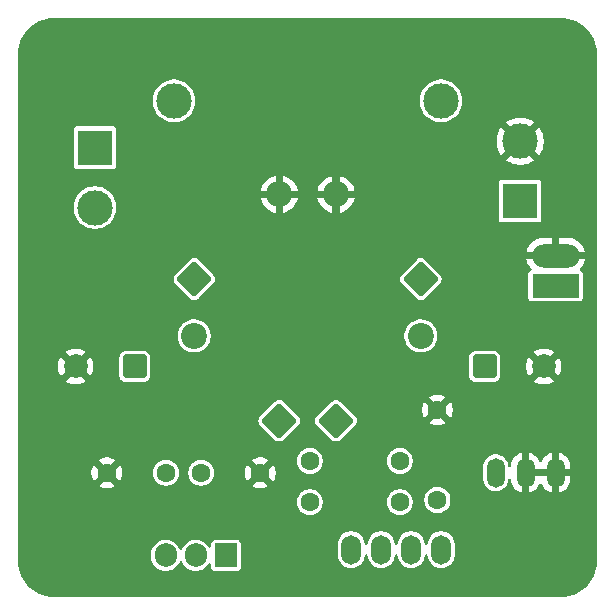
<source format=gbr>
%TF.GenerationSoftware,KiCad,Pcbnew,9.0.4*%
%TF.CreationDate,2025-10-17T22:53:12+07:00*%
%TF.ProjectId,AC DC converter LM317,41432044-4320-4636-9f6e-766572746572,rev?*%
%TF.SameCoordinates,Original*%
%TF.FileFunction,Copper,L2,Bot*%
%TF.FilePolarity,Positive*%
%FSLAX46Y46*%
G04 Gerber Fmt 4.6, Leading zero omitted, Abs format (unit mm)*
G04 Created by KiCad (PCBNEW 9.0.4) date 2025-10-17 22:53:12*
%MOMM*%
%LPD*%
G01*
G04 APERTURE LIST*
G04 Aperture macros list*
%AMRoundRect*
0 Rectangle with rounded corners*
0 $1 Rounding radius*
0 $2 $3 $4 $5 $6 $7 $8 $9 X,Y pos of 4 corners*
0 Add a 4 corners polygon primitive as box body*
4,1,4,$2,$3,$4,$5,$6,$7,$8,$9,$2,$3,0*
0 Add four circle primitives for the rounded corners*
1,1,$1+$1,$2,$3*
1,1,$1+$1,$4,$5*
1,1,$1+$1,$6,$7*
1,1,$1+$1,$8,$9*
0 Add four rect primitives between the rounded corners*
20,1,$1+$1,$2,$3,$4,$5,0*
20,1,$1+$1,$4,$5,$6,$7,0*
20,1,$1+$1,$6,$7,$8,$9,0*
20,1,$1+$1,$8,$9,$2,$3,0*%
G04 Aperture macros list end*
%TA.AperFunction,ComponentPad*%
%ADD10C,6.400000*%
%TD*%
%TA.AperFunction,ComponentPad*%
%ADD11R,3.000000X3.000000*%
%TD*%
%TA.AperFunction,ComponentPad*%
%ADD12C,3.000000*%
%TD*%
%TA.AperFunction,ComponentPad*%
%ADD13RoundRect,0.249999X0.000000X-1.202083X1.202083X0.000000X0.000000X1.202083X-1.202083X0.000000X0*%
%TD*%
%TA.AperFunction,ComponentPad*%
%ADD14C,2.200000*%
%TD*%
%TA.AperFunction,ComponentPad*%
%ADD15C,1.600000*%
%TD*%
%TA.AperFunction,ComponentPad*%
%ADD16R,1.905000X2.000000*%
%TD*%
%TA.AperFunction,ComponentPad*%
%ADD17O,1.905000X2.000000*%
%TD*%
%TA.AperFunction,ComponentPad*%
%ADD18RoundRect,0.250000X-0.750000X-0.750000X0.750000X-0.750000X0.750000X0.750000X-0.750000X0.750000X0*%
%TD*%
%TA.AperFunction,ComponentPad*%
%ADD19C,2.000000*%
%TD*%
%TA.AperFunction,ComponentPad*%
%ADD20RoundRect,0.249999X1.202083X0.000000X0.000000X1.202083X-1.202083X0.000000X0.000000X-1.202083X0*%
%TD*%
%TA.AperFunction,ComponentPad*%
%ADD21O,1.500000X2.500000*%
%TD*%
%TA.AperFunction,ComponentPad*%
%ADD22RoundRect,0.250000X0.750000X0.750000X-0.750000X0.750000X-0.750000X-0.750000X0.750000X-0.750000X0*%
%TD*%
%TA.AperFunction,ComponentPad*%
%ADD23O,1.700000X2.500000*%
%TD*%
%TA.AperFunction,ComponentPad*%
%ADD24O,4.000000X2.000000*%
%TD*%
%TA.AperFunction,ComponentPad*%
%ADD25R,4.000000X2.000000*%
%TD*%
%TA.AperFunction,ViaPad*%
%ADD26C,0.600000*%
%TD*%
G04 APERTURE END LIST*
D10*
%TO.P,H2,1,1*%
%TO.N,GND*%
X46000000Y-4000000D03*
%TD*%
D11*
%TO.P,J1,1,Pin_1*%
%TO.N,Net-(J1-Pin_1)*%
X7000000Y-11460000D03*
D12*
%TO.P,J1,2,Pin_2*%
%TO.N,Net-(D3-K)*%
X7000000Y-16539999D03*
%TD*%
D13*
%TO.P,D3,1,K*%
%TO.N,Net-(D3-K)*%
X15407898Y-22592103D03*
D14*
%TO.P,D3,2,A*%
%TO.N,GND*%
X22592103Y-15407898D03*
%TD*%
D15*
%TO.P,C3,1*%
%TO.N,VOUT*%
X16000000Y-39000000D03*
%TO.P,C3,2*%
%TO.N,GND*%
X21000000Y-39000000D03*
%TD*%
D16*
%TO.P,U1,1,ADJ*%
%TO.N,Net-(J3-Pin_3)*%
X18079999Y-46000000D03*
D17*
%TO.P,U1,2,VO*%
%TO.N,VOUT*%
X15539999Y-46000000D03*
%TO.P,U1,3,VI*%
%TO.N,VIN 15V DC*%
X13000000Y-46000000D03*
%TD*%
D15*
%TO.P,R2,1*%
%TO.N,Net-(J3-Pin_4)*%
X25190000Y-41500000D03*
%TO.P,R2,2*%
%TO.N,Net-(R2-Pad2)*%
X32810000Y-41500000D03*
%TD*%
D18*
%TO.P,C4,1*%
%TO.N,VOUT*%
X40000000Y-30000000D03*
D19*
%TO.P,C4,2*%
%TO.N,GND*%
X45000000Y-30000000D03*
%TD*%
D13*
%TO.P,D2,1,K*%
%TO.N,VIN 15V DC*%
X27407898Y-34592103D03*
D14*
%TO.P,D2,2,A*%
%TO.N,Net-(D1-K)*%
X34592103Y-27407898D03*
%TD*%
D20*
%TO.P,D4,1,K*%
%TO.N,VIN 15V DC*%
X22592103Y-34592102D03*
D14*
%TO.P,D4,2,A*%
%TO.N,Net-(D3-K)*%
X15407898Y-27407897D03*
%TD*%
D21*
%TO.P,RV1,1,1*%
%TO.N,Net-(J3-Pin_1)*%
X40920001Y-39000000D03*
%TO.P,RV1,2,2*%
%TO.N,GND*%
X43460001Y-39000000D03*
%TO.P,RV1,3,3*%
X46000000Y-39000000D03*
%TD*%
D10*
%TO.P,H4,1,1*%
%TO.N,GND*%
X46000000Y-46000000D03*
%TD*%
D22*
%TO.P,C1,1*%
%TO.N,VIN 15V DC*%
X10367678Y-30000000D03*
D19*
%TO.P,C1,2*%
%TO.N,GND*%
X5367678Y-30000000D03*
%TD*%
D23*
%TO.P,J3,1,Pin_1*%
%TO.N,Net-(J3-Pin_1)*%
X36310000Y-45500000D03*
%TO.P,J3,2,Pin_2*%
X33770000Y-45500000D03*
%TO.P,J3,3,Pin_3*%
%TO.N,Net-(J3-Pin_3)*%
X31230001Y-45500000D03*
%TO.P,J3,4,Pin_4*%
%TO.N,Net-(J3-Pin_4)*%
X28690000Y-45500000D03*
%TD*%
D15*
%TO.P,R1,1*%
%TO.N,VOUT*%
X25190000Y-38000000D03*
%TO.P,R1,2*%
%TO.N,Net-(J3-Pin_4)*%
X32810000Y-38000000D03*
%TD*%
D24*
%TO.P,J4,1,Pin_1*%
%TO.N,GND*%
X46000000Y-20625000D03*
D25*
%TO.P,J4,2,Pin_2*%
%TO.N,VOUT*%
X46000000Y-23165000D03*
%TD*%
D12*
%TO.P,Fuse,1*%
%TO.N,Net-(J1-Pin_1)*%
X13700000Y-7500000D03*
%TO.P,Fuse,2*%
%TO.N,Net-(D1-K)*%
X36300000Y-7500000D03*
%TD*%
D10*
%TO.P,H1,1,1*%
%TO.N,GND*%
X4000000Y-4000000D03*
%TD*%
D15*
%TO.P,R3,1*%
%TO.N,Net-(R2-Pad2)*%
X36000000Y-41310000D03*
%TO.P,R3,2*%
%TO.N,GND*%
X36000000Y-33690000D03*
%TD*%
%TO.P,C2,1*%
%TO.N,VIN 15V DC*%
X13000000Y-39000000D03*
%TO.P,C2,2*%
%TO.N,GND*%
X8000000Y-39000000D03*
%TD*%
D20*
%TO.P,D1,1,K*%
%TO.N,Net-(D1-K)*%
X34592102Y-22592102D03*
D14*
%TO.P,D1,2,A*%
%TO.N,GND*%
X27407897Y-15407897D03*
%TD*%
D11*
%TO.P,J2,1,Pin_1*%
%TO.N,VOUT*%
X43000000Y-16000000D03*
D12*
%TO.P,J2,2,Pin_2*%
%TO.N,GND*%
X43000000Y-10920001D03*
%TD*%
D10*
%TO.P,H3,1,1*%
%TO.N,GND*%
X4000000Y-46000000D03*
%TD*%
D26*
%TO.N,GND*%
X21999999Y-45000000D03*
X27000000Y-42000000D03*
X18000000Y-44000000D03*
X9000000Y-49000000D03*
X9000001Y-46000000D03*
X36500000Y-37500000D03*
X9000001Y-44000000D03*
X20000000Y-43000000D03*
X9000000Y-47000000D03*
X17999999Y-42000000D03*
X30500000Y-38500000D03*
X22000000Y-49000000D03*
X30500000Y-37500000D03*
X29000000Y-41000000D03*
X31000000Y-42000000D03*
X19999999Y-42000000D03*
X9000000Y-42000000D03*
X20000000Y-44000000D03*
X22000000Y-46000000D03*
X36500000Y-39500000D03*
X11000000Y-42000000D03*
X36500000Y-35500000D03*
X35500000Y-37500000D03*
X9000000Y-45000000D03*
X9000001Y-48000000D03*
X35500000Y-35500000D03*
X11000000Y-43000000D03*
X31000000Y-41000000D03*
X22000000Y-44000000D03*
X29000000Y-42000000D03*
X8999999Y-43000000D03*
X11000000Y-44000000D03*
X21999999Y-42000000D03*
X18000000Y-43000000D03*
X35500000Y-39500000D03*
X21999998Y-43000000D03*
%TD*%
%TA.AperFunction,Conductor*%
%TO.N,GND*%
G36*
X46503244Y-500670D02*
G01*
X46807046Y-516592D01*
X46819953Y-517949D01*
X46951089Y-538718D01*
X47117209Y-565028D01*
X47129896Y-567724D01*
X47420625Y-645625D01*
X47432965Y-649635D01*
X47713938Y-757490D01*
X47725790Y-762767D01*
X47993968Y-899411D01*
X48005199Y-905896D01*
X48257608Y-1069812D01*
X48268109Y-1077441D01*
X48502010Y-1266850D01*
X48511655Y-1275535D01*
X48724464Y-1488344D01*
X48733149Y-1497989D01*
X48922558Y-1731890D01*
X48930187Y-1742391D01*
X49094101Y-1994796D01*
X49100591Y-2006036D01*
X49237231Y-2274206D01*
X49242510Y-2286064D01*
X49350363Y-2567033D01*
X49354374Y-2579376D01*
X49432273Y-2870097D01*
X49434971Y-2882794D01*
X49482050Y-3180046D01*
X49483407Y-3192953D01*
X49499330Y-3496756D01*
X49499500Y-3503246D01*
X49499500Y-46496753D01*
X49499330Y-46503243D01*
X49483407Y-46807046D01*
X49482050Y-46819953D01*
X49434971Y-47117205D01*
X49432273Y-47129902D01*
X49354374Y-47420623D01*
X49350363Y-47432966D01*
X49242510Y-47713935D01*
X49237231Y-47725793D01*
X49100591Y-47993963D01*
X49094101Y-48005203D01*
X48930187Y-48257608D01*
X48922558Y-48268109D01*
X48733149Y-48502010D01*
X48724464Y-48511655D01*
X48511655Y-48724464D01*
X48502010Y-48733149D01*
X48268109Y-48922558D01*
X48257608Y-48930187D01*
X48005203Y-49094101D01*
X47993963Y-49100591D01*
X47725793Y-49237231D01*
X47713935Y-49242510D01*
X47432966Y-49350363D01*
X47420623Y-49354374D01*
X47129902Y-49432273D01*
X47117205Y-49434971D01*
X46819953Y-49482050D01*
X46807046Y-49483407D01*
X46503244Y-49499330D01*
X46496754Y-49499500D01*
X3503246Y-49499500D01*
X3496756Y-49499330D01*
X3192953Y-49483407D01*
X3180046Y-49482050D01*
X2882794Y-49434971D01*
X2870097Y-49432273D01*
X2579376Y-49354374D01*
X2567033Y-49350363D01*
X2286064Y-49242510D01*
X2274206Y-49237231D01*
X2006036Y-49100591D01*
X1994796Y-49094101D01*
X1742391Y-48930187D01*
X1731890Y-48922558D01*
X1497989Y-48733149D01*
X1488344Y-48724464D01*
X1275535Y-48511655D01*
X1266850Y-48502010D01*
X1077441Y-48268109D01*
X1069812Y-48257608D01*
X905896Y-48005199D01*
X899408Y-47993963D01*
X762768Y-47725793D01*
X757489Y-47713935D01*
X649636Y-47432966D01*
X645625Y-47420623D01*
X605171Y-47269646D01*
X567724Y-47129896D01*
X565028Y-47117205D01*
X553573Y-47044882D01*
X524890Y-46863777D01*
X517949Y-46819953D01*
X516592Y-46807046D01*
X500670Y-46503243D01*
X500500Y-46496753D01*
X500500Y-45853881D01*
X11747000Y-45853881D01*
X11747000Y-46146118D01*
X11777853Y-46340913D01*
X11838797Y-46528482D01*
X11900456Y-46649494D01*
X11928338Y-46704215D01*
X12044265Y-46863775D01*
X12183725Y-47003235D01*
X12343285Y-47119162D01*
X12448485Y-47172764D01*
X12519017Y-47208702D01*
X12612801Y-47239174D01*
X12706588Y-47269647D01*
X12796807Y-47283936D01*
X12901382Y-47300500D01*
X12901387Y-47300500D01*
X13098618Y-47300500D01*
X13193052Y-47285542D01*
X13293412Y-47269647D01*
X13480985Y-47208701D01*
X13656715Y-47119162D01*
X13816275Y-47003235D01*
X13955735Y-46863775D01*
X14071662Y-46704215D01*
X14159515Y-46531793D01*
X14207488Y-46480999D01*
X14275309Y-46464204D01*
X14341444Y-46486741D01*
X14380484Y-46531795D01*
X14440455Y-46649494D01*
X14468337Y-46704215D01*
X14584264Y-46863775D01*
X14723724Y-47003235D01*
X14883284Y-47119162D01*
X14988484Y-47172764D01*
X15059016Y-47208702D01*
X15152800Y-47239174D01*
X15246587Y-47269647D01*
X15336806Y-47283936D01*
X15441381Y-47300500D01*
X15441386Y-47300500D01*
X15638617Y-47300500D01*
X15733051Y-47285542D01*
X15833411Y-47269647D01*
X16020984Y-47208701D01*
X16196714Y-47119162D01*
X16356274Y-47003235D01*
X16495734Y-46863775D01*
X16602682Y-46716572D01*
X16658010Y-46673908D01*
X16727624Y-46667929D01*
X16789419Y-46700534D01*
X16823776Y-46761373D01*
X16826999Y-46789459D01*
X16826999Y-47044856D01*
X16827001Y-47044882D01*
X16829912Y-47069987D01*
X16829914Y-47069991D01*
X16875292Y-47172764D01*
X16875293Y-47172765D01*
X16954734Y-47252206D01*
X17057508Y-47297585D01*
X17082634Y-47300500D01*
X19077363Y-47300499D01*
X19077378Y-47300497D01*
X19077381Y-47300497D01*
X19102486Y-47297586D01*
X19102487Y-47297585D01*
X19102490Y-47297585D01*
X19205264Y-47252206D01*
X19284705Y-47172765D01*
X19330084Y-47069991D01*
X19332999Y-47044865D01*
X19332998Y-45009448D01*
X27539500Y-45009448D01*
X27539500Y-45990551D01*
X27567829Y-46169410D01*
X27623787Y-46341636D01*
X27623788Y-46341639D01*
X27679664Y-46451300D01*
X27704478Y-46500000D01*
X27706006Y-46502997D01*
X27812441Y-46649494D01*
X27812445Y-46649499D01*
X27940500Y-46777554D01*
X27940505Y-46777558D01*
X28059174Y-46863775D01*
X28087006Y-46883996D01*
X28192484Y-46937740D01*
X28248360Y-46966211D01*
X28248363Y-46966212D01*
X28334476Y-46994191D01*
X28420591Y-47022171D01*
X28503429Y-47035291D01*
X28599449Y-47050500D01*
X28599454Y-47050500D01*
X28780551Y-47050500D01*
X28867259Y-47036765D01*
X28959409Y-47022171D01*
X29131639Y-46966211D01*
X29292994Y-46883996D01*
X29439501Y-46777553D01*
X29567553Y-46649501D01*
X29673996Y-46502994D01*
X29756211Y-46341639D01*
X29812171Y-46169409D01*
X29837526Y-46009323D01*
X29837527Y-46009318D01*
X29867456Y-45946183D01*
X29926768Y-45909252D01*
X29996630Y-45910250D01*
X30054863Y-45948860D01*
X30082473Y-46009317D01*
X30107830Y-46169410D01*
X30163788Y-46341636D01*
X30163789Y-46341639D01*
X30219665Y-46451300D01*
X30244479Y-46500000D01*
X30246007Y-46502997D01*
X30352442Y-46649494D01*
X30352446Y-46649499D01*
X30480501Y-46777554D01*
X30480506Y-46777558D01*
X30599175Y-46863775D01*
X30627007Y-46883996D01*
X30732485Y-46937740D01*
X30788361Y-46966211D01*
X30788364Y-46966212D01*
X30874477Y-46994191D01*
X30960592Y-47022171D01*
X31043430Y-47035291D01*
X31139450Y-47050500D01*
X31139455Y-47050500D01*
X31320552Y-47050500D01*
X31407260Y-47036765D01*
X31499410Y-47022171D01*
X31671640Y-46966211D01*
X31832995Y-46883996D01*
X31979502Y-46777553D01*
X32107554Y-46649501D01*
X32213997Y-46502994D01*
X32296212Y-46341639D01*
X32352172Y-46169409D01*
X32377527Y-46009323D01*
X32407456Y-45946189D01*
X32466768Y-45909258D01*
X32536630Y-45910256D01*
X32594863Y-45948866D01*
X32622473Y-46009323D01*
X32647829Y-46169411D01*
X32703787Y-46341636D01*
X32703788Y-46341639D01*
X32759664Y-46451300D01*
X32784478Y-46500000D01*
X32786006Y-46502997D01*
X32892441Y-46649494D01*
X32892445Y-46649499D01*
X33020500Y-46777554D01*
X33020505Y-46777558D01*
X33139174Y-46863775D01*
X33167006Y-46883996D01*
X33272484Y-46937740D01*
X33328360Y-46966211D01*
X33328363Y-46966212D01*
X33414476Y-46994191D01*
X33500591Y-47022171D01*
X33583429Y-47035291D01*
X33679449Y-47050500D01*
X33679454Y-47050500D01*
X33860551Y-47050500D01*
X33947259Y-47036765D01*
X34039409Y-47022171D01*
X34211639Y-46966211D01*
X34372994Y-46883996D01*
X34519501Y-46777553D01*
X34647553Y-46649501D01*
X34753996Y-46502994D01*
X34836211Y-46341639D01*
X34892171Y-46169409D01*
X34906422Y-46079425D01*
X34917527Y-46009321D01*
X34947456Y-45946186D01*
X35006768Y-45909255D01*
X35076630Y-45910253D01*
X35134863Y-45948863D01*
X35162473Y-46009321D01*
X35187829Y-46169410D01*
X35243787Y-46341636D01*
X35243788Y-46341639D01*
X35299664Y-46451300D01*
X35324478Y-46500000D01*
X35326006Y-46502997D01*
X35432441Y-46649494D01*
X35432445Y-46649499D01*
X35560500Y-46777554D01*
X35560505Y-46777558D01*
X35679174Y-46863775D01*
X35707006Y-46883996D01*
X35812484Y-46937740D01*
X35868360Y-46966211D01*
X35868363Y-46966212D01*
X35954476Y-46994191D01*
X36040591Y-47022171D01*
X36123429Y-47035291D01*
X36219449Y-47050500D01*
X36219454Y-47050500D01*
X36400551Y-47050500D01*
X36487259Y-47036765D01*
X36579409Y-47022171D01*
X36751639Y-46966211D01*
X36912994Y-46883996D01*
X37059501Y-46777553D01*
X37187553Y-46649501D01*
X37293996Y-46502994D01*
X37376211Y-46341639D01*
X37432171Y-46169409D01*
X37457526Y-46009324D01*
X37460500Y-45990551D01*
X37460500Y-45009448D01*
X37440129Y-44880838D01*
X37432171Y-44830591D01*
X37376211Y-44658361D01*
X37376211Y-44658360D01*
X37347740Y-44602484D01*
X37293996Y-44497006D01*
X37280396Y-44478287D01*
X37187558Y-44350505D01*
X37187554Y-44350500D01*
X37059499Y-44222445D01*
X37059494Y-44222441D01*
X36912997Y-44116006D01*
X36912996Y-44116005D01*
X36912994Y-44116004D01*
X36861300Y-44089664D01*
X36751639Y-44033788D01*
X36751636Y-44033787D01*
X36579410Y-43977829D01*
X36400551Y-43949500D01*
X36400546Y-43949500D01*
X36219454Y-43949500D01*
X36219449Y-43949500D01*
X36040589Y-43977829D01*
X35868363Y-44033787D01*
X35868360Y-44033788D01*
X35707002Y-44116006D01*
X35560505Y-44222441D01*
X35560500Y-44222445D01*
X35432445Y-44350500D01*
X35432441Y-44350505D01*
X35326006Y-44497002D01*
X35243788Y-44658360D01*
X35243787Y-44658363D01*
X35187829Y-44830589D01*
X35162473Y-44990678D01*
X35132544Y-45053813D01*
X35073232Y-45090744D01*
X35003369Y-45089746D01*
X34945137Y-45051136D01*
X34917527Y-44990678D01*
X34900129Y-44880838D01*
X34892171Y-44830591D01*
X34836211Y-44658361D01*
X34836211Y-44658360D01*
X34807740Y-44602484D01*
X34753996Y-44497006D01*
X34740396Y-44478287D01*
X34647558Y-44350505D01*
X34647554Y-44350500D01*
X34519499Y-44222445D01*
X34519494Y-44222441D01*
X34372997Y-44116006D01*
X34372996Y-44116005D01*
X34372994Y-44116004D01*
X34321300Y-44089664D01*
X34211639Y-44033788D01*
X34211636Y-44033787D01*
X34039410Y-43977829D01*
X33860551Y-43949500D01*
X33860546Y-43949500D01*
X33679454Y-43949500D01*
X33679449Y-43949500D01*
X33500589Y-43977829D01*
X33328363Y-44033787D01*
X33328360Y-44033788D01*
X33167002Y-44116006D01*
X33020505Y-44222441D01*
X33020500Y-44222445D01*
X32892445Y-44350500D01*
X32892441Y-44350505D01*
X32786006Y-44497002D01*
X32703788Y-44658360D01*
X32703787Y-44658363D01*
X32647829Y-44830589D01*
X32622473Y-44990676D01*
X32592543Y-45053810D01*
X32533232Y-45090741D01*
X32463369Y-45089743D01*
X32405137Y-45051133D01*
X32377527Y-44990675D01*
X32360130Y-44880838D01*
X32352172Y-44830591D01*
X32296212Y-44658361D01*
X32296212Y-44658360D01*
X32267741Y-44602484D01*
X32213997Y-44497006D01*
X32200397Y-44478287D01*
X32107559Y-44350505D01*
X32107555Y-44350500D01*
X31979500Y-44222445D01*
X31979495Y-44222441D01*
X31832998Y-44116006D01*
X31832997Y-44116005D01*
X31832995Y-44116004D01*
X31781301Y-44089664D01*
X31671640Y-44033788D01*
X31671637Y-44033787D01*
X31499411Y-43977829D01*
X31320552Y-43949500D01*
X31320547Y-43949500D01*
X31139455Y-43949500D01*
X31139450Y-43949500D01*
X30960590Y-43977829D01*
X30788364Y-44033787D01*
X30788361Y-44033788D01*
X30627003Y-44116006D01*
X30480506Y-44222441D01*
X30480501Y-44222445D01*
X30352446Y-44350500D01*
X30352442Y-44350505D01*
X30246007Y-44497002D01*
X30163789Y-44658360D01*
X30163788Y-44658363D01*
X30107830Y-44830589D01*
X30082473Y-44990682D01*
X30052543Y-45053816D01*
X29993232Y-45090747D01*
X29923369Y-45089749D01*
X29865137Y-45051139D01*
X29837527Y-44990681D01*
X29820129Y-44880838D01*
X29812171Y-44830591D01*
X29756211Y-44658361D01*
X29756211Y-44658360D01*
X29727740Y-44602484D01*
X29673996Y-44497006D01*
X29660396Y-44478287D01*
X29567558Y-44350505D01*
X29567554Y-44350500D01*
X29439499Y-44222445D01*
X29439494Y-44222441D01*
X29292997Y-44116006D01*
X29292996Y-44116005D01*
X29292994Y-44116004D01*
X29241300Y-44089664D01*
X29131639Y-44033788D01*
X29131636Y-44033787D01*
X28959410Y-43977829D01*
X28780551Y-43949500D01*
X28780546Y-43949500D01*
X28599454Y-43949500D01*
X28599449Y-43949500D01*
X28420589Y-43977829D01*
X28248363Y-44033787D01*
X28248360Y-44033788D01*
X28087002Y-44116006D01*
X27940505Y-44222441D01*
X27940500Y-44222445D01*
X27812445Y-44350500D01*
X27812441Y-44350505D01*
X27706006Y-44497002D01*
X27623788Y-44658360D01*
X27623787Y-44658363D01*
X27567829Y-44830589D01*
X27539500Y-45009448D01*
X19332998Y-45009448D01*
X19332998Y-44955136D01*
X19332996Y-44955117D01*
X19330085Y-44930012D01*
X19330084Y-44930010D01*
X19330084Y-44930009D01*
X19284705Y-44827235D01*
X19205264Y-44747794D01*
X19165764Y-44730353D01*
X19102491Y-44702415D01*
X19077364Y-44699500D01*
X17082642Y-44699500D01*
X17082616Y-44699502D01*
X17057511Y-44702413D01*
X17057507Y-44702415D01*
X16954734Y-44747793D01*
X16875293Y-44827234D01*
X16829914Y-44930006D01*
X16829914Y-44930008D01*
X16826999Y-44955131D01*
X16826999Y-45210539D01*
X16807314Y-45277578D01*
X16754510Y-45323333D01*
X16685352Y-45333277D01*
X16621796Y-45304252D01*
X16602681Y-45283425D01*
X16598433Y-45277578D01*
X16495734Y-45136225D01*
X16356274Y-44996765D01*
X16196714Y-44880838D01*
X16098095Y-44830589D01*
X16020981Y-44791297D01*
X15833412Y-44730353D01*
X15638617Y-44699500D01*
X15638612Y-44699500D01*
X15441386Y-44699500D01*
X15441381Y-44699500D01*
X15246585Y-44730353D01*
X15059016Y-44791297D01*
X14883283Y-44880838D01*
X14723721Y-44996767D01*
X14584266Y-45136222D01*
X14468333Y-45295789D01*
X14380483Y-45468204D01*
X14332509Y-45519000D01*
X14264688Y-45535795D01*
X14198553Y-45513257D01*
X14159514Y-45468204D01*
X14071661Y-45295784D01*
X14009727Y-45210539D01*
X13955735Y-45136225D01*
X13816275Y-44996765D01*
X13656715Y-44880838D01*
X13558096Y-44830589D01*
X13480982Y-44791297D01*
X13293413Y-44730353D01*
X13098618Y-44699500D01*
X13098613Y-44699500D01*
X12901387Y-44699500D01*
X12901382Y-44699500D01*
X12706586Y-44730353D01*
X12519017Y-44791297D01*
X12343284Y-44880838D01*
X12183722Y-44996767D01*
X12044267Y-45136222D01*
X11928338Y-45295784D01*
X11838797Y-45471517D01*
X11777853Y-45659086D01*
X11747000Y-45853881D01*
X500500Y-45853881D01*
X500500Y-41413389D01*
X24089500Y-41413389D01*
X24089500Y-41586611D01*
X24116598Y-41757701D01*
X24170127Y-41922445D01*
X24248768Y-42076788D01*
X24350586Y-42216928D01*
X24473072Y-42339414D01*
X24613212Y-42441232D01*
X24767555Y-42519873D01*
X24932299Y-42573402D01*
X25103389Y-42600500D01*
X25103390Y-42600500D01*
X25276610Y-42600500D01*
X25276611Y-42600500D01*
X25447701Y-42573402D01*
X25612445Y-42519873D01*
X25766788Y-42441232D01*
X25906928Y-42339414D01*
X26029414Y-42216928D01*
X26131232Y-42076788D01*
X26209873Y-41922445D01*
X26263402Y-41757701D01*
X26290500Y-41586611D01*
X26290500Y-41413389D01*
X31709500Y-41413389D01*
X31709500Y-41586611D01*
X31736598Y-41757701D01*
X31790127Y-41922445D01*
X31868768Y-42076788D01*
X31970586Y-42216928D01*
X32093072Y-42339414D01*
X32233212Y-42441232D01*
X32387555Y-42519873D01*
X32552299Y-42573402D01*
X32723389Y-42600500D01*
X32723390Y-42600500D01*
X32896610Y-42600500D01*
X32896611Y-42600500D01*
X33067701Y-42573402D01*
X33232445Y-42519873D01*
X33386788Y-42441232D01*
X33526928Y-42339414D01*
X33649414Y-42216928D01*
X33751232Y-42076788D01*
X33829873Y-41922445D01*
X33883402Y-41757701D01*
X33910500Y-41586611D01*
X33910500Y-41413389D01*
X33883402Y-41242299D01*
X33877258Y-41223389D01*
X34899500Y-41223389D01*
X34899500Y-41396611D01*
X34926598Y-41567701D01*
X34980127Y-41732445D01*
X35058768Y-41886788D01*
X35160586Y-42026928D01*
X35283072Y-42149414D01*
X35423212Y-42251232D01*
X35577555Y-42329873D01*
X35742299Y-42383402D01*
X35913389Y-42410500D01*
X35913390Y-42410500D01*
X36086610Y-42410500D01*
X36086611Y-42410500D01*
X36257701Y-42383402D01*
X36422445Y-42329873D01*
X36576788Y-42251232D01*
X36716928Y-42149414D01*
X36839414Y-42026928D01*
X36941232Y-41886788D01*
X37019873Y-41732445D01*
X37073402Y-41567701D01*
X37100500Y-41396611D01*
X37100500Y-41223389D01*
X37073402Y-41052299D01*
X37019873Y-40887555D01*
X36941232Y-40733212D01*
X36839414Y-40593072D01*
X36716928Y-40470586D01*
X36576788Y-40368768D01*
X36422445Y-40290127D01*
X36257701Y-40236598D01*
X36257699Y-40236597D01*
X36257698Y-40236597D01*
X36126271Y-40215781D01*
X36086611Y-40209500D01*
X35913389Y-40209500D01*
X35873728Y-40215781D01*
X35742302Y-40236597D01*
X35577552Y-40290128D01*
X35423211Y-40368768D01*
X35380913Y-40399500D01*
X35283072Y-40470586D01*
X35283070Y-40470588D01*
X35283069Y-40470588D01*
X35160588Y-40593069D01*
X35160588Y-40593070D01*
X35160586Y-40593072D01*
X35116859Y-40653256D01*
X35058768Y-40733211D01*
X34980128Y-40887552D01*
X34926597Y-41052302D01*
X34899500Y-41223389D01*
X33877258Y-41223389D01*
X33829873Y-41077555D01*
X33751232Y-40923212D01*
X33649414Y-40783072D01*
X33526928Y-40660586D01*
X33386788Y-40558768D01*
X33232445Y-40480127D01*
X33067701Y-40426598D01*
X33067699Y-40426597D01*
X33067698Y-40426597D01*
X32936271Y-40405781D01*
X32896611Y-40399500D01*
X32723389Y-40399500D01*
X32683728Y-40405781D01*
X32552302Y-40426597D01*
X32387552Y-40480128D01*
X32233211Y-40558768D01*
X32153256Y-40616859D01*
X32093072Y-40660586D01*
X32093070Y-40660588D01*
X32093069Y-40660588D01*
X31970588Y-40783069D01*
X31970588Y-40783070D01*
X31970586Y-40783072D01*
X31926859Y-40843256D01*
X31868768Y-40923211D01*
X31790128Y-41077552D01*
X31736597Y-41242302D01*
X31712157Y-41396611D01*
X31709500Y-41413389D01*
X26290500Y-41413389D01*
X26263402Y-41242299D01*
X26209873Y-41077555D01*
X26131232Y-40923212D01*
X26029414Y-40783072D01*
X25906928Y-40660586D01*
X25766788Y-40558768D01*
X25612445Y-40480127D01*
X25447701Y-40426598D01*
X25447699Y-40426597D01*
X25447698Y-40426597D01*
X25316271Y-40405781D01*
X25276611Y-40399500D01*
X25103389Y-40399500D01*
X25063728Y-40405781D01*
X24932302Y-40426597D01*
X24767552Y-40480128D01*
X24613211Y-40558768D01*
X24533256Y-40616859D01*
X24473072Y-40660586D01*
X24473070Y-40660588D01*
X24473069Y-40660588D01*
X24350588Y-40783069D01*
X24350588Y-40783070D01*
X24350586Y-40783072D01*
X24306859Y-40843256D01*
X24248768Y-40923211D01*
X24170128Y-41077552D01*
X24116597Y-41242302D01*
X24092157Y-41396611D01*
X24089500Y-41413389D01*
X500500Y-41413389D01*
X500500Y-40109230D01*
X7315031Y-40109230D01*
X7318651Y-40111859D01*
X7500968Y-40204755D01*
X7695582Y-40267990D01*
X7897683Y-40300000D01*
X8102317Y-40300000D01*
X8304417Y-40267990D01*
X8499031Y-40204755D01*
X8681346Y-40111860D01*
X8684966Y-40109230D01*
X20315031Y-40109230D01*
X20318651Y-40111859D01*
X20500968Y-40204755D01*
X20695582Y-40267990D01*
X20897683Y-40300000D01*
X21102317Y-40300000D01*
X21304417Y-40267990D01*
X21499031Y-40204755D01*
X21681346Y-40111860D01*
X21684966Y-40109230D01*
X21000001Y-39424264D01*
X21000000Y-39424264D01*
X20315031Y-40109230D01*
X8684966Y-40109230D01*
X8000001Y-39424264D01*
X8000000Y-39424264D01*
X7315031Y-40109230D01*
X500500Y-40109230D01*
X500500Y-38897682D01*
X6700000Y-38897682D01*
X6700000Y-39102317D01*
X6732009Y-39304417D01*
X6795244Y-39499031D01*
X6888139Y-39681347D01*
X6888146Y-39681359D01*
X6890767Y-39684966D01*
X6890769Y-39684967D01*
X7575736Y-39000000D01*
X7523075Y-38947339D01*
X7600000Y-38947339D01*
X7600000Y-39052661D01*
X7627259Y-39154394D01*
X7679920Y-39245606D01*
X7754394Y-39320080D01*
X7845606Y-39372741D01*
X7947339Y-39400000D01*
X8052661Y-39400000D01*
X8154394Y-39372741D01*
X8245606Y-39320080D01*
X8320080Y-39245606D01*
X8372741Y-39154394D01*
X8400000Y-39052661D01*
X8400000Y-38999999D01*
X8424264Y-38999999D01*
X8424264Y-39000000D01*
X9109230Y-39684966D01*
X9111860Y-39681346D01*
X9204755Y-39499031D01*
X9267990Y-39304417D01*
X9300000Y-39102317D01*
X9300000Y-38913389D01*
X11899500Y-38913389D01*
X11899500Y-39086611D01*
X11926598Y-39257701D01*
X11980127Y-39422445D01*
X12058768Y-39576788D01*
X12160586Y-39716928D01*
X12283072Y-39839414D01*
X12423212Y-39941232D01*
X12577555Y-40019873D01*
X12742299Y-40073402D01*
X12913389Y-40100500D01*
X12913390Y-40100500D01*
X13086610Y-40100500D01*
X13086611Y-40100500D01*
X13257701Y-40073402D01*
X13422445Y-40019873D01*
X13576788Y-39941232D01*
X13716928Y-39839414D01*
X13839414Y-39716928D01*
X13941232Y-39576788D01*
X14019873Y-39422445D01*
X14073402Y-39257701D01*
X14100500Y-39086611D01*
X14100500Y-38913389D01*
X14899500Y-38913389D01*
X14899500Y-39086611D01*
X14926598Y-39257701D01*
X14980127Y-39422445D01*
X15058768Y-39576788D01*
X15160586Y-39716928D01*
X15283072Y-39839414D01*
X15423212Y-39941232D01*
X15577555Y-40019873D01*
X15742299Y-40073402D01*
X15913389Y-40100500D01*
X15913390Y-40100500D01*
X16086610Y-40100500D01*
X16086611Y-40100500D01*
X16257701Y-40073402D01*
X16422445Y-40019873D01*
X16576788Y-39941232D01*
X16716928Y-39839414D01*
X16839414Y-39716928D01*
X16941232Y-39576788D01*
X17019873Y-39422445D01*
X17073402Y-39257701D01*
X17100500Y-39086611D01*
X17100500Y-38913389D01*
X17098012Y-38897682D01*
X19700000Y-38897682D01*
X19700000Y-39102317D01*
X19732009Y-39304417D01*
X19795244Y-39499031D01*
X19888139Y-39681347D01*
X19888146Y-39681359D01*
X19890767Y-39684966D01*
X19890769Y-39684967D01*
X20575736Y-39000000D01*
X20523075Y-38947339D01*
X20600000Y-38947339D01*
X20600000Y-39052661D01*
X20627259Y-39154394D01*
X20679920Y-39245606D01*
X20754394Y-39320080D01*
X20845606Y-39372741D01*
X20947339Y-39400000D01*
X21052661Y-39400000D01*
X21154394Y-39372741D01*
X21245606Y-39320080D01*
X21320080Y-39245606D01*
X21372741Y-39154394D01*
X21400000Y-39052661D01*
X21400000Y-38999999D01*
X21424264Y-38999999D01*
X21424264Y-39000000D01*
X22109230Y-39684966D01*
X22111860Y-39681346D01*
X22204755Y-39499031D01*
X22267990Y-39304417D01*
X22300000Y-39102317D01*
X22300000Y-38897682D01*
X22267990Y-38695582D01*
X22204755Y-38500968D01*
X22111859Y-38318651D01*
X22109230Y-38315031D01*
X21424264Y-38999999D01*
X21400000Y-38999999D01*
X21400000Y-38947339D01*
X21372741Y-38845606D01*
X21320080Y-38754394D01*
X21245606Y-38679920D01*
X21154394Y-38627259D01*
X21052661Y-38600000D01*
X20947339Y-38600000D01*
X20845606Y-38627259D01*
X20754394Y-38679920D01*
X20679920Y-38754394D01*
X20627259Y-38845606D01*
X20600000Y-38947339D01*
X20523075Y-38947339D01*
X19890768Y-38315032D01*
X19890767Y-38315032D01*
X19888136Y-38318655D01*
X19795245Y-38500965D01*
X19732009Y-38695582D01*
X19700000Y-38897682D01*
X17098012Y-38897682D01*
X17073402Y-38742299D01*
X17019873Y-38577555D01*
X16941232Y-38423212D01*
X16839414Y-38283072D01*
X16716928Y-38160586D01*
X16646858Y-38109677D01*
X16576786Y-38058766D01*
X16556648Y-38048506D01*
X16422445Y-37980127D01*
X16257701Y-37926598D01*
X16257699Y-37926597D01*
X16257698Y-37926597D01*
X16126271Y-37905781D01*
X16086611Y-37899500D01*
X15913389Y-37899500D01*
X15873728Y-37905781D01*
X15742302Y-37926597D01*
X15577552Y-37980128D01*
X15423211Y-38058768D01*
X15343256Y-38116859D01*
X15283072Y-38160586D01*
X15283070Y-38160588D01*
X15283069Y-38160588D01*
X15160588Y-38283069D01*
X15160588Y-38283070D01*
X15160586Y-38283072D01*
X15116859Y-38343256D01*
X15058768Y-38423211D01*
X14980128Y-38577552D01*
X14926597Y-38742302D01*
X14924682Y-38754394D01*
X14899500Y-38913389D01*
X14100500Y-38913389D01*
X14073402Y-38742299D01*
X14019873Y-38577555D01*
X13941232Y-38423212D01*
X13839414Y-38283072D01*
X13716928Y-38160586D01*
X13576788Y-38058768D01*
X13501023Y-38020164D01*
X13422447Y-37980128D01*
X13422446Y-37980127D01*
X13422445Y-37980127D01*
X13257701Y-37926598D01*
X13257699Y-37926597D01*
X13257698Y-37926597D01*
X13126271Y-37905781D01*
X13086611Y-37899500D01*
X12913389Y-37899500D01*
X12873728Y-37905781D01*
X12742302Y-37926597D01*
X12577552Y-37980128D01*
X12423211Y-38058768D01*
X12343256Y-38116859D01*
X12283072Y-38160586D01*
X12283070Y-38160588D01*
X12283069Y-38160588D01*
X12160588Y-38283069D01*
X12160588Y-38283070D01*
X12160586Y-38283072D01*
X12116859Y-38343256D01*
X12058768Y-38423211D01*
X11980128Y-38577552D01*
X11926597Y-38742302D01*
X11924682Y-38754394D01*
X11899500Y-38913389D01*
X9300000Y-38913389D01*
X9300000Y-38897682D01*
X9267990Y-38695582D01*
X9204755Y-38500968D01*
X9111859Y-38318651D01*
X9109230Y-38315031D01*
X8424264Y-38999999D01*
X8400000Y-38999999D01*
X8400000Y-38947339D01*
X8372741Y-38845606D01*
X8320080Y-38754394D01*
X8245606Y-38679920D01*
X8154394Y-38627259D01*
X8052661Y-38600000D01*
X7947339Y-38600000D01*
X7845606Y-38627259D01*
X7754394Y-38679920D01*
X7679920Y-38754394D01*
X7627259Y-38845606D01*
X7600000Y-38947339D01*
X7523075Y-38947339D01*
X6890768Y-38315032D01*
X6890767Y-38315032D01*
X6888136Y-38318655D01*
X6795245Y-38500965D01*
X6732009Y-38695582D01*
X6700000Y-38897682D01*
X500500Y-38897682D01*
X500500Y-37890767D01*
X7315032Y-37890767D01*
X7315032Y-37890768D01*
X8000000Y-38575736D01*
X8000001Y-38575736D01*
X8684967Y-37890769D01*
X8684966Y-37890767D01*
X20315032Y-37890767D01*
X20315032Y-37890768D01*
X21000000Y-38575736D01*
X21000001Y-38575736D01*
X21662346Y-37913389D01*
X24089500Y-37913389D01*
X24089500Y-38086611D01*
X24116598Y-38257701D01*
X24170127Y-38422445D01*
X24248768Y-38576788D01*
X24350586Y-38716928D01*
X24473072Y-38839414D01*
X24613212Y-38941232D01*
X24767555Y-39019873D01*
X24932299Y-39073402D01*
X25103389Y-39100500D01*
X25103390Y-39100500D01*
X25276610Y-39100500D01*
X25276611Y-39100500D01*
X25447701Y-39073402D01*
X25612445Y-39019873D01*
X25766788Y-38941232D01*
X25906928Y-38839414D01*
X26029414Y-38716928D01*
X26131232Y-38576788D01*
X26209873Y-38422445D01*
X26263402Y-38257701D01*
X26290500Y-38086611D01*
X26290500Y-37913389D01*
X31709500Y-37913389D01*
X31709500Y-38086611D01*
X31736598Y-38257701D01*
X31790127Y-38422445D01*
X31868768Y-38576788D01*
X31970586Y-38716928D01*
X32093072Y-38839414D01*
X32233212Y-38941232D01*
X32387555Y-39019873D01*
X32552299Y-39073402D01*
X32723389Y-39100500D01*
X32723390Y-39100500D01*
X32896610Y-39100500D01*
X32896611Y-39100500D01*
X33067701Y-39073402D01*
X33232445Y-39019873D01*
X33386788Y-38941232D01*
X33526928Y-38839414D01*
X33649414Y-38716928D01*
X33751232Y-38576788D01*
X33829873Y-38422445D01*
X33838293Y-38396530D01*
X39869501Y-38396530D01*
X39869501Y-39603469D01*
X39909869Y-39806412D01*
X39909871Y-39806420D01*
X39989059Y-39997596D01*
X40104025Y-40169657D01*
X40250343Y-40315975D01*
X40250346Y-40315977D01*
X40422403Y-40430941D01*
X40613581Y-40510130D01*
X40816531Y-40550499D01*
X40816535Y-40550500D01*
X40816536Y-40550500D01*
X41023467Y-40550500D01*
X41023468Y-40550499D01*
X41226421Y-40510130D01*
X41417599Y-40430941D01*
X41589656Y-40315977D01*
X41735978Y-40169655D01*
X41850942Y-39997598D01*
X41930131Y-39806420D01*
X41968816Y-39611934D01*
X42001200Y-39550024D01*
X42061916Y-39515450D01*
X42131685Y-39519189D01*
X42188358Y-39560055D01*
X42212906Y-39616727D01*
X42240779Y-39792706D01*
X42301582Y-39979835D01*
X42390905Y-40155143D01*
X42506556Y-40314321D01*
X42645679Y-40453444D01*
X42804859Y-40569097D01*
X42980168Y-40658420D01*
X43160000Y-40716850D01*
X43160001Y-40716850D01*
X43760001Y-40716850D01*
X43939833Y-40658420D01*
X44115142Y-40569097D01*
X44274322Y-40453444D01*
X44413445Y-40314321D01*
X44529098Y-40155141D01*
X44619515Y-39977686D01*
X44667489Y-39926890D01*
X44735310Y-39910094D01*
X44801445Y-39932631D01*
X44840485Y-39977685D01*
X44930904Y-40155143D01*
X45046555Y-40314321D01*
X45185678Y-40453444D01*
X45344858Y-40569097D01*
X45520167Y-40658420D01*
X45699999Y-40716850D01*
X45700000Y-40716850D01*
X46300000Y-40716850D01*
X46479832Y-40658420D01*
X46655141Y-40569097D01*
X46814321Y-40453444D01*
X46953444Y-40314321D01*
X47069095Y-40155143D01*
X47158418Y-39979835D01*
X47219221Y-39792705D01*
X47250000Y-39598382D01*
X47250000Y-39300000D01*
X46300000Y-39300000D01*
X46300000Y-40716850D01*
X45700000Y-40716850D01*
X45700000Y-39300000D01*
X43760001Y-39300000D01*
X43760001Y-40716850D01*
X43160001Y-40716850D01*
X43160001Y-39265686D01*
X43214395Y-39320080D01*
X43305607Y-39372741D01*
X43407340Y-39400000D01*
X43512662Y-39400000D01*
X43614395Y-39372741D01*
X43705607Y-39320080D01*
X43780081Y-39245606D01*
X43832742Y-39154394D01*
X43860001Y-39052661D01*
X43860001Y-38947339D01*
X45600000Y-38947339D01*
X45600000Y-39052661D01*
X45627259Y-39154394D01*
X45679920Y-39245606D01*
X45754394Y-39320080D01*
X45845606Y-39372741D01*
X45947339Y-39400000D01*
X46052661Y-39400000D01*
X46154394Y-39372741D01*
X46245606Y-39320080D01*
X46320080Y-39245606D01*
X46372741Y-39154394D01*
X46400000Y-39052661D01*
X46400000Y-38947339D01*
X46372741Y-38845606D01*
X46320080Y-38754394D01*
X46265686Y-38700000D01*
X46300000Y-38700000D01*
X47250000Y-38700000D01*
X47250000Y-38401617D01*
X47219221Y-38207294D01*
X47158418Y-38020164D01*
X47069095Y-37844856D01*
X46953444Y-37685678D01*
X46814321Y-37546555D01*
X46655143Y-37430904D01*
X46479837Y-37341582D01*
X46300000Y-37283148D01*
X46300000Y-38700000D01*
X46265686Y-38700000D01*
X46245606Y-38679920D01*
X46154394Y-38627259D01*
X46052661Y-38600000D01*
X45947339Y-38600000D01*
X45845606Y-38627259D01*
X45754394Y-38679920D01*
X45679920Y-38754394D01*
X45627259Y-38845606D01*
X45600000Y-38947339D01*
X43860001Y-38947339D01*
X43832742Y-38845606D01*
X43780081Y-38754394D01*
X43705607Y-38679920D01*
X43614395Y-38627259D01*
X43512662Y-38600000D01*
X43407340Y-38600000D01*
X43305607Y-38627259D01*
X43214395Y-38679920D01*
X43160001Y-38734314D01*
X43160001Y-37283148D01*
X43760001Y-37283148D01*
X43760001Y-38700000D01*
X45700000Y-38700000D01*
X45700000Y-37283148D01*
X45520162Y-37341582D01*
X45344856Y-37430904D01*
X45185678Y-37546555D01*
X45046555Y-37685678D01*
X44930904Y-37844856D01*
X44840485Y-38022314D01*
X44792510Y-38073110D01*
X44724689Y-38089905D01*
X44658554Y-38067368D01*
X44619515Y-38022313D01*
X44529098Y-37844858D01*
X44413445Y-37685678D01*
X44274322Y-37546555D01*
X44115144Y-37430904D01*
X43939838Y-37341582D01*
X43760001Y-37283148D01*
X43160001Y-37283148D01*
X42980163Y-37341582D01*
X42804857Y-37430904D01*
X42645679Y-37546555D01*
X42506556Y-37685678D01*
X42390905Y-37844856D01*
X42301582Y-38020164D01*
X42240779Y-38207293D01*
X42212906Y-38383272D01*
X42182976Y-38446406D01*
X42123664Y-38483337D01*
X42053802Y-38482339D01*
X41995569Y-38443729D01*
X41968816Y-38388064D01*
X41947932Y-38283072D01*
X41930131Y-38193580D01*
X41850942Y-38002402D01*
X41735978Y-37830345D01*
X41735976Y-37830342D01*
X41589658Y-37684024D01*
X41430314Y-37577555D01*
X41417599Y-37569059D01*
X41226421Y-37489870D01*
X41226413Y-37489868D01*
X41023470Y-37449500D01*
X41023466Y-37449500D01*
X40816536Y-37449500D01*
X40816531Y-37449500D01*
X40613588Y-37489868D01*
X40613580Y-37489870D01*
X40422404Y-37569058D01*
X40250343Y-37684024D01*
X40104025Y-37830342D01*
X39989059Y-38002403D01*
X39909871Y-38193579D01*
X39909869Y-38193587D01*
X39869501Y-38396530D01*
X33838293Y-38396530D01*
X33883402Y-38257701D01*
X33910500Y-38086611D01*
X33910500Y-37913389D01*
X33883402Y-37742299D01*
X33829873Y-37577555D01*
X33751232Y-37423212D01*
X33649414Y-37283072D01*
X33526928Y-37160586D01*
X33386788Y-37058768D01*
X33232445Y-36980127D01*
X33067701Y-36926598D01*
X33067699Y-36926597D01*
X33067698Y-36926597D01*
X32936271Y-36905781D01*
X32896611Y-36899500D01*
X32723389Y-36899500D01*
X32683728Y-36905781D01*
X32552302Y-36926597D01*
X32387552Y-36980128D01*
X32233211Y-37058768D01*
X32153256Y-37116859D01*
X32093072Y-37160586D01*
X32093070Y-37160588D01*
X32093069Y-37160588D01*
X31970588Y-37283069D01*
X31970588Y-37283070D01*
X31970586Y-37283072D01*
X31970531Y-37283148D01*
X31868768Y-37423211D01*
X31790128Y-37577552D01*
X31736597Y-37742302D01*
X31720354Y-37844858D01*
X31709500Y-37913389D01*
X26290500Y-37913389D01*
X26263402Y-37742299D01*
X26209873Y-37577555D01*
X26131232Y-37423212D01*
X26029414Y-37283072D01*
X25906928Y-37160586D01*
X25766788Y-37058768D01*
X25612445Y-36980127D01*
X25447701Y-36926598D01*
X25447699Y-36926597D01*
X25447698Y-36926597D01*
X25316271Y-36905781D01*
X25276611Y-36899500D01*
X25103389Y-36899500D01*
X25063728Y-36905781D01*
X24932302Y-36926597D01*
X24767552Y-36980128D01*
X24613211Y-37058768D01*
X24533256Y-37116859D01*
X24473072Y-37160586D01*
X24473070Y-37160588D01*
X24473069Y-37160588D01*
X24350588Y-37283069D01*
X24350588Y-37283070D01*
X24350586Y-37283072D01*
X24350531Y-37283148D01*
X24248768Y-37423211D01*
X24170128Y-37577552D01*
X24116597Y-37742302D01*
X24100354Y-37844858D01*
X24089500Y-37913389D01*
X21662346Y-37913389D01*
X21684967Y-37890768D01*
X21684966Y-37890767D01*
X21681359Y-37888146D01*
X21681347Y-37888139D01*
X21499031Y-37795244D01*
X21304417Y-37732009D01*
X21102317Y-37700000D01*
X20897683Y-37700000D01*
X20695582Y-37732009D01*
X20500965Y-37795245D01*
X20318655Y-37888136D01*
X20315032Y-37890767D01*
X8684966Y-37890767D01*
X8681359Y-37888146D01*
X8681347Y-37888139D01*
X8499031Y-37795244D01*
X8304417Y-37732009D01*
X8102317Y-37700000D01*
X7897683Y-37700000D01*
X7695582Y-37732009D01*
X7500965Y-37795245D01*
X7318655Y-37888136D01*
X7315032Y-37890767D01*
X500500Y-37890767D01*
X500500Y-34592102D01*
X20834344Y-34592102D01*
X20854950Y-34742018D01*
X20854950Y-34742019D01*
X20854951Y-34742021D01*
X20915240Y-34880822D01*
X20970281Y-34950886D01*
X20970284Y-34950889D01*
X20970288Y-34950894D01*
X22233309Y-36213914D01*
X22233329Y-36213932D01*
X22303379Y-36268962D01*
X22303383Y-36268965D01*
X22442184Y-36329254D01*
X22592103Y-36349861D01*
X22742022Y-36329254D01*
X22880823Y-36268965D01*
X22950887Y-36213924D01*
X24213924Y-34950886D01*
X24268966Y-34880822D01*
X24329255Y-34742021D01*
X24349862Y-34592103D01*
X25650139Y-34592103D01*
X25670745Y-34742019D01*
X25670745Y-34742020D01*
X25670746Y-34742022D01*
X25731035Y-34880823D01*
X25786076Y-34950887D01*
X25786079Y-34950890D01*
X25786083Y-34950895D01*
X27049104Y-36213915D01*
X27049124Y-36213933D01*
X27119173Y-36268962D01*
X27119178Y-36268966D01*
X27257979Y-36329255D01*
X27407898Y-36349862D01*
X27557817Y-36329255D01*
X27696618Y-36268966D01*
X27766682Y-36213925D01*
X29029719Y-34950887D01*
X29029729Y-34950875D01*
X29073816Y-34894755D01*
X29084761Y-34880823D01*
X29120201Y-34799230D01*
X35315031Y-34799230D01*
X35318651Y-34801859D01*
X35500968Y-34894755D01*
X35695582Y-34957990D01*
X35897683Y-34990000D01*
X36102317Y-34990000D01*
X36304417Y-34957990D01*
X36499031Y-34894755D01*
X36681346Y-34801860D01*
X36684966Y-34799230D01*
X36000001Y-34114264D01*
X36000000Y-34114264D01*
X35315031Y-34799230D01*
X29120201Y-34799230D01*
X29145050Y-34742022D01*
X29165657Y-34592103D01*
X29145050Y-34442184D01*
X29084761Y-34303383D01*
X29029720Y-34233319D01*
X29029715Y-34233314D01*
X29029712Y-34233310D01*
X28466899Y-33670497D01*
X28384084Y-33587682D01*
X34700000Y-33587682D01*
X34700000Y-33792317D01*
X34732009Y-33994417D01*
X34795244Y-34189031D01*
X34888139Y-34371347D01*
X34888146Y-34371359D01*
X34890767Y-34374966D01*
X34890769Y-34374967D01*
X35575736Y-33690000D01*
X35523075Y-33637339D01*
X35600000Y-33637339D01*
X35600000Y-33742661D01*
X35627259Y-33844394D01*
X35679920Y-33935606D01*
X35754394Y-34010080D01*
X35845606Y-34062741D01*
X35947339Y-34090000D01*
X36052661Y-34090000D01*
X36154394Y-34062741D01*
X36245606Y-34010080D01*
X36320080Y-33935606D01*
X36372741Y-33844394D01*
X36400000Y-33742661D01*
X36400000Y-33689999D01*
X36424264Y-33689999D01*
X36424264Y-33690000D01*
X37109230Y-34374966D01*
X37111860Y-34371346D01*
X37204755Y-34189031D01*
X37267990Y-33994417D01*
X37300000Y-33792317D01*
X37300000Y-33587682D01*
X37267990Y-33385582D01*
X37204755Y-33190968D01*
X37111859Y-33008651D01*
X37109230Y-33005031D01*
X36424264Y-33689999D01*
X36400000Y-33689999D01*
X36400000Y-33637339D01*
X36372741Y-33535606D01*
X36320080Y-33444394D01*
X36245606Y-33369920D01*
X36154394Y-33317259D01*
X36052661Y-33290000D01*
X35947339Y-33290000D01*
X35845606Y-33317259D01*
X35754394Y-33369920D01*
X35679920Y-33444394D01*
X35627259Y-33535606D01*
X35600000Y-33637339D01*
X35523075Y-33637339D01*
X34890768Y-33005032D01*
X34890767Y-33005032D01*
X34888136Y-33008655D01*
X34795245Y-33190965D01*
X34732009Y-33385582D01*
X34700000Y-33587682D01*
X28384084Y-33587682D01*
X27766691Y-32970290D01*
X27766671Y-32970272D01*
X27696621Y-32915242D01*
X27696618Y-32915240D01*
X27696616Y-32915239D01*
X27557817Y-32854951D01*
X27557814Y-32854950D01*
X27557815Y-32854950D01*
X27407898Y-32834344D01*
X27257981Y-32854950D01*
X27119178Y-32915240D01*
X27049105Y-32970288D01*
X25786085Y-34233309D01*
X25786067Y-34233329D01*
X25731037Y-34303379D01*
X25731035Y-34303382D01*
X25670745Y-34442186D01*
X25650139Y-34592103D01*
X24349862Y-34592103D01*
X24349862Y-34592102D01*
X24329255Y-34442183D01*
X24268966Y-34303382D01*
X24213925Y-34233318D01*
X24213920Y-34233313D01*
X24213917Y-34233309D01*
X22950896Y-32970289D01*
X22950876Y-32970271D01*
X22880826Y-32915241D01*
X22880823Y-32915239D01*
X22742022Y-32854950D01*
X22742019Y-32854949D01*
X22742020Y-32854949D01*
X22592103Y-32834343D01*
X22442186Y-32854949D01*
X22303383Y-32915239D01*
X22233310Y-32970287D01*
X20970290Y-34233308D01*
X20970272Y-34233328D01*
X20915242Y-34303378D01*
X20915240Y-34303381D01*
X20854950Y-34442185D01*
X20834344Y-34592102D01*
X500500Y-34592102D01*
X500500Y-32580767D01*
X35315032Y-32580767D01*
X35315032Y-32580768D01*
X36000000Y-33265736D01*
X36000001Y-33265736D01*
X36684967Y-32580769D01*
X36684966Y-32580767D01*
X36681359Y-32578146D01*
X36681347Y-32578139D01*
X36499031Y-32485244D01*
X36304417Y-32422009D01*
X36102317Y-32390000D01*
X35897683Y-32390000D01*
X35695582Y-32422009D01*
X35500965Y-32485245D01*
X35318655Y-32578136D01*
X35315032Y-32580767D01*
X500500Y-32580767D01*
X500500Y-29881947D01*
X3867678Y-29881947D01*
X3867678Y-30118052D01*
X3904612Y-30351247D01*
X3977575Y-30575802D01*
X4084759Y-30786163D01*
X4084767Y-30786176D01*
X4115262Y-30828149D01*
X4115264Y-30828150D01*
X4869772Y-30073641D01*
X4901753Y-30192993D01*
X4967579Y-30307007D01*
X5060671Y-30400099D01*
X5174685Y-30465925D01*
X5294036Y-30497905D01*
X4539527Y-31252413D01*
X4581506Y-31282914D01*
X4791875Y-31390102D01*
X5016430Y-31463065D01*
X5016429Y-31463065D01*
X5249626Y-31500000D01*
X5485730Y-31500000D01*
X5718925Y-31463065D01*
X5943480Y-31390102D01*
X6153849Y-31282914D01*
X6195827Y-31252413D01*
X5441319Y-30497905D01*
X5560671Y-30465925D01*
X5674685Y-30400099D01*
X5767777Y-30307007D01*
X5833603Y-30192993D01*
X5865583Y-30073641D01*
X6620091Y-30828149D01*
X6650592Y-30786171D01*
X6757780Y-30575802D01*
X6830743Y-30351247D01*
X6867678Y-30118052D01*
X6867678Y-29881947D01*
X6830743Y-29648752D01*
X6757780Y-29424197D01*
X6673857Y-29259487D01*
X6650592Y-29213828D01*
X6645557Y-29206898D01*
X9067178Y-29206898D01*
X9067178Y-30793102D01*
X9071387Y-30828149D01*
X9077800Y-30881561D01*
X9133317Y-31022343D01*
X9224755Y-31142922D01*
X9345334Y-31234360D01*
X9345335Y-31234360D01*
X9345336Y-31234361D01*
X9486114Y-31289877D01*
X9574576Y-31300500D01*
X9574581Y-31300500D01*
X11160775Y-31300500D01*
X11160780Y-31300500D01*
X11249242Y-31289877D01*
X11390020Y-31234361D01*
X11510600Y-31142922D01*
X11602039Y-31022342D01*
X11657555Y-30881564D01*
X11668178Y-30793102D01*
X11668178Y-29206898D01*
X38699500Y-29206898D01*
X38699500Y-30793102D01*
X38703709Y-30828149D01*
X38710122Y-30881561D01*
X38765639Y-31022343D01*
X38857077Y-31142922D01*
X38977656Y-31234360D01*
X38977657Y-31234360D01*
X38977658Y-31234361D01*
X39118436Y-31289877D01*
X39206898Y-31300500D01*
X39206903Y-31300500D01*
X40793097Y-31300500D01*
X40793102Y-31300500D01*
X40881564Y-31289877D01*
X41022342Y-31234361D01*
X41142922Y-31142922D01*
X41234361Y-31022342D01*
X41289877Y-30881564D01*
X41300500Y-30793102D01*
X41300500Y-29881947D01*
X43500000Y-29881947D01*
X43500000Y-30118052D01*
X43536934Y-30351247D01*
X43609897Y-30575802D01*
X43717081Y-30786163D01*
X43717089Y-30786176D01*
X43747584Y-30828149D01*
X43747586Y-30828150D01*
X44502094Y-30073641D01*
X44534075Y-30192993D01*
X44599901Y-30307007D01*
X44692993Y-30400099D01*
X44807007Y-30465925D01*
X44926358Y-30497905D01*
X44171849Y-31252413D01*
X44213828Y-31282914D01*
X44424197Y-31390102D01*
X44648752Y-31463065D01*
X44648751Y-31463065D01*
X44881948Y-31500000D01*
X45118052Y-31500000D01*
X45351247Y-31463065D01*
X45575802Y-31390102D01*
X45786171Y-31282914D01*
X45828149Y-31252413D01*
X45073641Y-30497905D01*
X45192993Y-30465925D01*
X45307007Y-30400099D01*
X45400099Y-30307007D01*
X45465925Y-30192993D01*
X45497905Y-30073641D01*
X46252413Y-30828149D01*
X46282914Y-30786171D01*
X46390102Y-30575802D01*
X46463065Y-30351247D01*
X46500000Y-30118052D01*
X46500000Y-29881947D01*
X46463065Y-29648752D01*
X46390102Y-29424197D01*
X46282914Y-29213828D01*
X46252413Y-29171849D01*
X45497905Y-29926357D01*
X45465925Y-29807007D01*
X45400099Y-29692993D01*
X45307007Y-29599901D01*
X45192993Y-29534075D01*
X45073642Y-29502094D01*
X45828150Y-28747586D01*
X45828149Y-28747584D01*
X45786176Y-28717089D01*
X45786163Y-28717081D01*
X45575802Y-28609897D01*
X45351247Y-28536934D01*
X45351248Y-28536934D01*
X45118052Y-28500000D01*
X44881948Y-28500000D01*
X44648752Y-28536934D01*
X44424197Y-28609897D01*
X44213824Y-28717087D01*
X44171849Y-28747584D01*
X44171848Y-28747585D01*
X44926358Y-29502094D01*
X44807007Y-29534075D01*
X44692993Y-29599901D01*
X44599901Y-29692993D01*
X44534075Y-29807007D01*
X44502094Y-29926357D01*
X43747585Y-29171848D01*
X43747584Y-29171849D01*
X43717087Y-29213824D01*
X43609897Y-29424197D01*
X43536934Y-29648752D01*
X43500000Y-29881947D01*
X41300500Y-29881947D01*
X41300500Y-29206898D01*
X41289877Y-29118436D01*
X41234361Y-28977658D01*
X41234360Y-28977657D01*
X41234360Y-28977656D01*
X41152547Y-28869770D01*
X41142922Y-28857077D01*
X41022343Y-28765639D01*
X40881561Y-28710122D01*
X40835926Y-28704642D01*
X40793102Y-28699500D01*
X39206898Y-28699500D01*
X39167853Y-28704188D01*
X39118438Y-28710122D01*
X38977656Y-28765639D01*
X38857077Y-28857077D01*
X38765639Y-28977656D01*
X38710122Y-29118438D01*
X38704188Y-29167853D01*
X38699500Y-29206898D01*
X11668178Y-29206898D01*
X11657555Y-29118436D01*
X11602039Y-28977658D01*
X11602038Y-28977657D01*
X11602038Y-28977656D01*
X11510600Y-28857077D01*
X11390021Y-28765639D01*
X11249239Y-28710122D01*
X11203604Y-28704642D01*
X11160780Y-28699500D01*
X9574576Y-28699500D01*
X9535531Y-28704188D01*
X9486116Y-28710122D01*
X9345334Y-28765639D01*
X9224755Y-28857077D01*
X9133317Y-28977656D01*
X9077800Y-29118438D01*
X9071866Y-29167853D01*
X9067178Y-29206898D01*
X6645557Y-29206898D01*
X6620091Y-29171849D01*
X5865583Y-29926357D01*
X5833603Y-29807007D01*
X5767777Y-29692993D01*
X5674685Y-29599901D01*
X5560671Y-29534075D01*
X5441320Y-29502094D01*
X6195828Y-28747586D01*
X6195827Y-28747584D01*
X6153854Y-28717089D01*
X6153841Y-28717081D01*
X5943480Y-28609897D01*
X5718925Y-28536934D01*
X5718926Y-28536934D01*
X5485730Y-28500000D01*
X5249626Y-28500000D01*
X5016430Y-28536934D01*
X4791875Y-28609897D01*
X4581502Y-28717087D01*
X4539527Y-28747584D01*
X4539526Y-28747585D01*
X5294036Y-29502094D01*
X5174685Y-29534075D01*
X5060671Y-29599901D01*
X4967579Y-29692993D01*
X4901753Y-29807007D01*
X4869772Y-29926357D01*
X4115263Y-29171848D01*
X4115262Y-29171849D01*
X4084765Y-29213824D01*
X3977575Y-29424197D01*
X3904612Y-29648752D01*
X3867678Y-29881947D01*
X500500Y-29881947D01*
X500500Y-27297675D01*
X14007398Y-27297675D01*
X14007398Y-27518118D01*
X14041883Y-27735849D01*
X14110001Y-27945500D01*
X14110002Y-27945503D01*
X14210085Y-28141922D01*
X14339650Y-28320255D01*
X14339654Y-28320260D01*
X14495534Y-28476140D01*
X14495539Y-28476144D01*
X14651090Y-28589157D01*
X14673876Y-28605712D01*
X14802273Y-28671134D01*
X14870291Y-28705792D01*
X14870294Y-28705793D01*
X14975119Y-28739852D01*
X15079947Y-28773912D01*
X15297676Y-28808397D01*
X15297677Y-28808397D01*
X15518119Y-28808397D01*
X15518120Y-28808397D01*
X15735849Y-28773912D01*
X15945504Y-28705792D01*
X16141920Y-28605712D01*
X16320263Y-28476139D01*
X16476140Y-28320262D01*
X16605713Y-28141919D01*
X16705793Y-27945503D01*
X16773913Y-27735848D01*
X16808398Y-27518119D01*
X16808398Y-27297676D01*
X33191603Y-27297676D01*
X33191603Y-27518119D01*
X33226088Y-27735850D01*
X33294206Y-27945501D01*
X33294207Y-27945504D01*
X33362225Y-28078994D01*
X33394287Y-28141919D01*
X33394290Y-28141923D01*
X33523855Y-28320256D01*
X33523859Y-28320261D01*
X33679739Y-28476141D01*
X33679744Y-28476145D01*
X33763414Y-28536934D01*
X33858081Y-28605713D01*
X33986478Y-28671135D01*
X34054496Y-28705793D01*
X34054499Y-28705794D01*
X34159324Y-28739853D01*
X34264152Y-28773913D01*
X34481881Y-28808398D01*
X34481882Y-28808398D01*
X34702324Y-28808398D01*
X34702325Y-28808398D01*
X34920054Y-28773913D01*
X35129709Y-28705793D01*
X35326125Y-28605713D01*
X35504468Y-28476140D01*
X35660345Y-28320263D01*
X35789918Y-28141920D01*
X35889998Y-27945504D01*
X35958118Y-27735849D01*
X35992603Y-27518120D01*
X35992603Y-27297676D01*
X35958118Y-27079947D01*
X35889998Y-26870293D01*
X35889998Y-26870291D01*
X35855340Y-26802273D01*
X35789918Y-26673876D01*
X35773363Y-26651090D01*
X35660350Y-26495539D01*
X35660346Y-26495534D01*
X35504466Y-26339654D01*
X35504461Y-26339650D01*
X35326128Y-26210085D01*
X35326127Y-26210084D01*
X35326125Y-26210083D01*
X35263199Y-26178020D01*
X35129709Y-26110002D01*
X35129706Y-26110001D01*
X34920055Y-26041883D01*
X34811189Y-26024640D01*
X34702325Y-26007398D01*
X34481881Y-26007398D01*
X34409304Y-26018893D01*
X34264150Y-26041883D01*
X34054499Y-26110001D01*
X34054496Y-26110002D01*
X33858077Y-26210085D01*
X33679744Y-26339650D01*
X33679739Y-26339654D01*
X33523859Y-26495534D01*
X33523855Y-26495539D01*
X33394290Y-26673872D01*
X33294207Y-26870291D01*
X33294206Y-26870294D01*
X33226088Y-27079945D01*
X33191603Y-27297676D01*
X16808398Y-27297676D01*
X16808398Y-27297675D01*
X16773913Y-27079946D01*
X16705793Y-26870292D01*
X16705793Y-26870290D01*
X16671135Y-26802272D01*
X16605713Y-26673875D01*
X16589158Y-26651089D01*
X16476145Y-26495538D01*
X16476141Y-26495533D01*
X16320261Y-26339653D01*
X16320256Y-26339649D01*
X16141923Y-26210084D01*
X16141922Y-26210083D01*
X16141920Y-26210082D01*
X16078994Y-26178019D01*
X15945504Y-26110001D01*
X15945501Y-26110000D01*
X15735850Y-26041882D01*
X15626984Y-26024639D01*
X15518120Y-26007397D01*
X15297676Y-26007397D01*
X15225099Y-26018892D01*
X15079945Y-26041882D01*
X14870294Y-26110000D01*
X14870291Y-26110001D01*
X14673872Y-26210084D01*
X14495539Y-26339649D01*
X14495534Y-26339653D01*
X14339654Y-26495533D01*
X14339650Y-26495538D01*
X14210085Y-26673871D01*
X14110002Y-26870290D01*
X14110001Y-26870293D01*
X14041883Y-27079944D01*
X14007398Y-27297675D01*
X500500Y-27297675D01*
X500500Y-22592103D01*
X13650139Y-22592103D01*
X13670745Y-22742019D01*
X13670745Y-22742020D01*
X13670746Y-22742022D01*
X13731035Y-22880823D01*
X13786076Y-22950887D01*
X13786079Y-22950890D01*
X13786083Y-22950895D01*
X15049104Y-24213915D01*
X15049124Y-24213933D01*
X15119173Y-24268962D01*
X15119178Y-24268966D01*
X15257979Y-24329255D01*
X15407898Y-24349862D01*
X15557817Y-24329255D01*
X15696618Y-24268966D01*
X15766682Y-24213925D01*
X17029719Y-22950887D01*
X17029729Y-22950875D01*
X17049420Y-22925808D01*
X17084761Y-22880823D01*
X17145050Y-22742022D01*
X17165657Y-22592103D01*
X17165657Y-22592102D01*
X32834343Y-22592102D01*
X32854949Y-22742018D01*
X32854949Y-22742019D01*
X32854950Y-22742021D01*
X32915239Y-22880822D01*
X32970280Y-22950886D01*
X32970283Y-22950889D01*
X32970287Y-22950894D01*
X34233308Y-24213914D01*
X34233328Y-24213932D01*
X34303378Y-24268962D01*
X34303382Y-24268965D01*
X34442183Y-24329254D01*
X34592102Y-24349861D01*
X34742021Y-24329254D01*
X34880822Y-24268965D01*
X34950886Y-24213924D01*
X36213923Y-22950886D01*
X36268965Y-22880822D01*
X36329254Y-22742021D01*
X36349861Y-22592102D01*
X36329254Y-22442183D01*
X36268965Y-22303382D01*
X36213924Y-22233318D01*
X36213919Y-22233313D01*
X36213916Y-22233309D01*
X34956223Y-20975617D01*
X34950895Y-20970289D01*
X34950875Y-20970271D01*
X34880825Y-20915241D01*
X34880822Y-20915239D01*
X34742021Y-20854950D01*
X34742018Y-20854949D01*
X34742019Y-20854949D01*
X34592102Y-20834343D01*
X34442185Y-20854949D01*
X34303382Y-20915239D01*
X34233309Y-20970287D01*
X32970289Y-22233308D01*
X32970271Y-22233328D01*
X32915241Y-22303378D01*
X32915239Y-22303381D01*
X32854949Y-22442185D01*
X32834343Y-22592102D01*
X17165657Y-22592102D01*
X17145050Y-22442184D01*
X17084761Y-22303383D01*
X17029720Y-22233319D01*
X17029715Y-22233314D01*
X17029712Y-22233310D01*
X15766691Y-20970290D01*
X15766671Y-20970272D01*
X15696621Y-20915242D01*
X15696618Y-20915240D01*
X15696616Y-20915239D01*
X15557817Y-20854951D01*
X15557814Y-20854950D01*
X15557815Y-20854950D01*
X15407898Y-20834344D01*
X15257981Y-20854950D01*
X15119178Y-20915240D01*
X15049105Y-20970288D01*
X13786085Y-22233309D01*
X13786067Y-22233329D01*
X13731037Y-22303379D01*
X13731035Y-22303382D01*
X13670745Y-22442186D01*
X13650139Y-22592103D01*
X500500Y-22592103D01*
X500500Y-20325000D01*
X43528818Y-20325000D01*
X45595856Y-20325000D01*
X45534075Y-20432007D01*
X45500000Y-20559174D01*
X45500000Y-20690826D01*
X45534075Y-20817993D01*
X45595856Y-20925000D01*
X43528818Y-20925000D01*
X43536934Y-20976249D01*
X43536936Y-20976255D01*
X43609897Y-21200804D01*
X43717085Y-21411171D01*
X43855866Y-21602186D01*
X43934566Y-21680886D01*
X43968051Y-21742209D01*
X43963067Y-21811901D01*
X43921195Y-21867834D01*
X43896973Y-21882001D01*
X43827233Y-21912795D01*
X43747794Y-21992234D01*
X43702415Y-22095006D01*
X43702415Y-22095008D01*
X43699500Y-22120131D01*
X43699500Y-24209856D01*
X43699502Y-24209882D01*
X43702413Y-24234987D01*
X43702415Y-24234991D01*
X43747793Y-24337764D01*
X43747794Y-24337765D01*
X43827235Y-24417206D01*
X43930009Y-24462585D01*
X43955135Y-24465500D01*
X48044864Y-24465499D01*
X48044879Y-24465497D01*
X48044882Y-24465497D01*
X48069987Y-24462586D01*
X48069988Y-24462585D01*
X48069991Y-24462585D01*
X48172765Y-24417206D01*
X48252206Y-24337765D01*
X48297585Y-24234991D01*
X48300500Y-24209865D01*
X48300499Y-22120136D01*
X48300497Y-22120117D01*
X48297586Y-22095012D01*
X48297585Y-22095010D01*
X48297585Y-22095009D01*
X48252206Y-21992235D01*
X48172765Y-21912794D01*
X48103027Y-21882001D01*
X48049651Y-21836914D01*
X48029124Y-21770128D01*
X48047963Y-21702846D01*
X48065433Y-21680885D01*
X48144136Y-21602182D01*
X48282914Y-21411171D01*
X48390102Y-21200804D01*
X48463063Y-20976255D01*
X48463065Y-20976249D01*
X48471182Y-20925000D01*
X46404144Y-20925000D01*
X46465925Y-20817993D01*
X46500000Y-20690826D01*
X46500000Y-20559174D01*
X46465925Y-20432007D01*
X46404144Y-20325000D01*
X48471182Y-20325000D01*
X48463065Y-20273750D01*
X48463063Y-20273744D01*
X48390102Y-20049195D01*
X48282914Y-19838828D01*
X48144133Y-19647813D01*
X47977186Y-19480866D01*
X47786171Y-19342085D01*
X47575802Y-19234897D01*
X47351247Y-19161934D01*
X47351248Y-19161934D01*
X47118052Y-19125000D01*
X46300000Y-19125000D01*
X46300000Y-20220855D01*
X46192993Y-20159075D01*
X46065826Y-20125000D01*
X45934174Y-20125000D01*
X45807007Y-20159075D01*
X45700000Y-20220855D01*
X45700000Y-19125000D01*
X44881948Y-19125000D01*
X44648752Y-19161934D01*
X44424197Y-19234897D01*
X44213828Y-19342085D01*
X44022813Y-19480866D01*
X43855866Y-19647813D01*
X43717085Y-19838828D01*
X43609897Y-20049195D01*
X43536936Y-20273744D01*
X43536934Y-20273750D01*
X43528818Y-20325000D01*
X500500Y-20325000D01*
X500500Y-16421988D01*
X5199500Y-16421988D01*
X5199500Y-16658010D01*
X5230307Y-16892013D01*
X5253971Y-16980327D01*
X5291394Y-17119992D01*
X5381714Y-17338044D01*
X5381719Y-17338055D01*
X5452677Y-17460956D01*
X5499727Y-17542449D01*
X5499729Y-17542452D01*
X5499730Y-17542453D01*
X5643406Y-17729696D01*
X5643412Y-17729703D01*
X5810295Y-17896586D01*
X5810301Y-17896591D01*
X5997550Y-18040272D01*
X6128918Y-18116117D01*
X6201943Y-18158279D01*
X6201948Y-18158281D01*
X6201951Y-18158283D01*
X6420007Y-18248605D01*
X6647986Y-18309692D01*
X6881989Y-18340499D01*
X6881996Y-18340499D01*
X7118004Y-18340499D01*
X7118011Y-18340499D01*
X7352014Y-18309692D01*
X7579993Y-18248605D01*
X7798049Y-18158283D01*
X8002450Y-18040272D01*
X8189699Y-17896591D01*
X8356592Y-17729698D01*
X8500273Y-17542449D01*
X8618284Y-17338048D01*
X8708606Y-17119992D01*
X8769693Y-16892013D01*
X8800500Y-16658010D01*
X8800500Y-16421988D01*
X8769693Y-16187985D01*
X8708606Y-15960006D01*
X8618284Y-15741950D01*
X8618282Y-15741947D01*
X8618280Y-15741942D01*
X8613022Y-15732835D01*
X8575785Y-15668340D01*
X8500273Y-15537549D01*
X8356592Y-15350300D01*
X8356587Y-15350294D01*
X8189704Y-15183411D01*
X8189697Y-15183405D01*
X8091294Y-15107898D01*
X21019674Y-15107898D01*
X22130223Y-15107898D01*
X22079585Y-15195606D01*
X22042103Y-15335489D01*
X22042103Y-15480307D01*
X22079585Y-15620190D01*
X22130223Y-15707898D01*
X21019674Y-15707898D01*
X21031500Y-15782567D01*
X21109322Y-16022082D01*
X21223660Y-16246481D01*
X21371693Y-16450229D01*
X21371693Y-16450230D01*
X21549770Y-16628307D01*
X21753519Y-16776340D01*
X21977918Y-16890678D01*
X22217433Y-16968500D01*
X22292103Y-16980327D01*
X22292103Y-15869778D01*
X22379811Y-15920416D01*
X22519694Y-15957898D01*
X22664512Y-15957898D01*
X22804395Y-15920416D01*
X22892103Y-15869778D01*
X22892103Y-16980326D01*
X22966772Y-16968500D01*
X23206287Y-16890678D01*
X23430686Y-16776340D01*
X23634434Y-16628307D01*
X23634435Y-16628307D01*
X23812512Y-16450230D01*
X23812512Y-16450229D01*
X23960545Y-16246481D01*
X24074883Y-16022082D01*
X24152705Y-15782567D01*
X24164532Y-15707898D01*
X23053983Y-15707898D01*
X23104621Y-15620190D01*
X23142103Y-15480307D01*
X23142103Y-15335489D01*
X23104621Y-15195606D01*
X23053983Y-15107898D01*
X24164532Y-15107898D01*
X24164532Y-15107897D01*
X25835468Y-15107897D01*
X26946017Y-15107897D01*
X26895379Y-15195605D01*
X26857897Y-15335488D01*
X26857897Y-15480306D01*
X26895379Y-15620189D01*
X26946017Y-15707897D01*
X25835468Y-15707897D01*
X25847294Y-15782566D01*
X25925116Y-16022081D01*
X26039454Y-16246480D01*
X26187487Y-16450228D01*
X26187487Y-16450229D01*
X26365564Y-16628306D01*
X26569313Y-16776339D01*
X26793712Y-16890677D01*
X27033227Y-16968499D01*
X27107897Y-16980326D01*
X27107897Y-15869777D01*
X27195605Y-15920415D01*
X27335488Y-15957897D01*
X27480306Y-15957897D01*
X27620189Y-15920415D01*
X27707897Y-15869777D01*
X27707897Y-16980325D01*
X27782566Y-16968499D01*
X28022081Y-16890677D01*
X28246480Y-16776339D01*
X28450228Y-16628306D01*
X28450229Y-16628306D01*
X28628306Y-16450229D01*
X28628306Y-16450228D01*
X28776339Y-16246480D01*
X28890677Y-16022081D01*
X28968499Y-15782566D01*
X28980326Y-15707897D01*
X27869777Y-15707897D01*
X27920415Y-15620189D01*
X27957897Y-15480306D01*
X27957897Y-15335488D01*
X27920415Y-15195605D01*
X27869777Y-15107897D01*
X28980326Y-15107897D01*
X28968499Y-15033227D01*
X28890677Y-14793712D01*
X28776339Y-14569313D01*
X28743737Y-14524440D01*
X28693380Y-14455131D01*
X41199500Y-14455131D01*
X41199500Y-17544856D01*
X41199502Y-17544882D01*
X41202413Y-17569987D01*
X41202415Y-17569991D01*
X41247793Y-17672764D01*
X41247794Y-17672765D01*
X41327235Y-17752206D01*
X41430009Y-17797585D01*
X41455135Y-17800500D01*
X44544864Y-17800499D01*
X44544879Y-17800497D01*
X44544882Y-17800497D01*
X44569987Y-17797586D01*
X44569988Y-17797585D01*
X44569991Y-17797585D01*
X44672765Y-17752206D01*
X44752206Y-17672765D01*
X44797585Y-17569991D01*
X44800500Y-17544865D01*
X44800499Y-14455136D01*
X44800497Y-14455117D01*
X44797586Y-14430012D01*
X44797585Y-14430010D01*
X44797585Y-14430009D01*
X44752206Y-14327235D01*
X44672765Y-14247794D01*
X44672763Y-14247793D01*
X44569992Y-14202415D01*
X44544865Y-14199500D01*
X41455143Y-14199500D01*
X41455117Y-14199502D01*
X41430012Y-14202413D01*
X41430008Y-14202415D01*
X41327235Y-14247793D01*
X41247794Y-14327234D01*
X41202415Y-14430006D01*
X41202415Y-14430008D01*
X41199500Y-14455131D01*
X28693380Y-14455131D01*
X28628306Y-14365565D01*
X28628306Y-14365564D01*
X28450229Y-14187487D01*
X28246480Y-14039454D01*
X28022079Y-13925115D01*
X27782563Y-13847293D01*
X27707897Y-13835467D01*
X27707897Y-14946016D01*
X27620189Y-14895379D01*
X27480306Y-14857897D01*
X27335488Y-14857897D01*
X27195605Y-14895379D01*
X27107897Y-14946016D01*
X27107897Y-13835467D01*
X27107896Y-13835467D01*
X27033230Y-13847293D01*
X26793714Y-13925115D01*
X26569313Y-14039454D01*
X26365565Y-14187487D01*
X26365564Y-14187487D01*
X26187487Y-14365564D01*
X26187487Y-14365565D01*
X26039454Y-14569313D01*
X25925116Y-14793712D01*
X25847294Y-15033227D01*
X25835468Y-15107897D01*
X24164532Y-15107897D01*
X24152705Y-15033228D01*
X24074883Y-14793713D01*
X23960545Y-14569314D01*
X23812512Y-14365566D01*
X23812512Y-14365565D01*
X23634435Y-14187488D01*
X23430686Y-14039455D01*
X23206285Y-13925116D01*
X22966769Y-13847294D01*
X22892103Y-13835468D01*
X22892103Y-14946017D01*
X22804395Y-14895380D01*
X22664512Y-14857898D01*
X22519694Y-14857898D01*
X22379811Y-14895380D01*
X22292103Y-14946017D01*
X22292103Y-13835468D01*
X22292102Y-13835468D01*
X22217436Y-13847294D01*
X21977920Y-13925116D01*
X21753519Y-14039455D01*
X21549771Y-14187488D01*
X21549770Y-14187488D01*
X21371693Y-14365565D01*
X21371693Y-14365566D01*
X21223660Y-14569314D01*
X21109322Y-14793713D01*
X21031500Y-15033228D01*
X21019674Y-15107898D01*
X8091294Y-15107898D01*
X8002454Y-15039729D01*
X8002453Y-15039728D01*
X8002450Y-15039726D01*
X7877850Y-14967788D01*
X7798056Y-14921718D01*
X7798045Y-14921713D01*
X7579993Y-14831393D01*
X7352010Y-14770305D01*
X7118020Y-14739500D01*
X7118017Y-14739499D01*
X7118011Y-14739499D01*
X6881989Y-14739499D01*
X6881983Y-14739499D01*
X6881979Y-14739500D01*
X6647989Y-14770305D01*
X6420006Y-14831393D01*
X6201954Y-14921713D01*
X6201943Y-14921718D01*
X5997545Y-15039729D01*
X5810302Y-15183405D01*
X5810295Y-15183411D01*
X5643412Y-15350294D01*
X5643406Y-15350301D01*
X5499730Y-15537544D01*
X5381719Y-15741942D01*
X5381714Y-15741953D01*
X5291394Y-15960005D01*
X5230306Y-16187988D01*
X5199501Y-16421978D01*
X5199500Y-16421988D01*
X500500Y-16421988D01*
X500500Y-9915131D01*
X5199500Y-9915131D01*
X5199500Y-13004856D01*
X5199502Y-13004882D01*
X5202413Y-13029987D01*
X5202415Y-13029991D01*
X5247793Y-13132764D01*
X5247794Y-13132765D01*
X5327235Y-13212206D01*
X5430009Y-13257585D01*
X5455135Y-13260500D01*
X8544864Y-13260499D01*
X8544879Y-13260497D01*
X8544882Y-13260497D01*
X8569987Y-13257586D01*
X8569988Y-13257585D01*
X8569991Y-13257585D01*
X8672765Y-13212206D01*
X8752206Y-13132765D01*
X8797585Y-13029991D01*
X8800500Y-13004865D01*
X8800499Y-10788906D01*
X41000000Y-10788906D01*
X41000000Y-11051095D01*
X41034220Y-11311010D01*
X41034222Y-11311021D01*
X41102075Y-11564256D01*
X41202404Y-11806472D01*
X41202409Y-11806483D01*
X41333488Y-12033517D01*
X41333494Y-12033525D01*
X41389379Y-12106356D01*
X42294057Y-11201679D01*
X42326497Y-11279996D01*
X42409670Y-11404473D01*
X42515528Y-11510331D01*
X42640005Y-11593504D01*
X42718321Y-11625943D01*
X41813643Y-12530620D01*
X41886475Y-12586506D01*
X41886483Y-12586512D01*
X42113517Y-12717591D01*
X42113528Y-12717596D01*
X42355744Y-12817925D01*
X42608979Y-12885778D01*
X42608990Y-12885780D01*
X42868905Y-12920000D01*
X42868920Y-12920001D01*
X43131080Y-12920001D01*
X43131094Y-12920000D01*
X43391009Y-12885780D01*
X43391020Y-12885778D01*
X43644255Y-12817925D01*
X43886471Y-12717596D01*
X43886482Y-12717591D01*
X44113520Y-12586509D01*
X44186355Y-12530620D01*
X44186355Y-12530619D01*
X43281678Y-11625943D01*
X43359995Y-11593504D01*
X43484472Y-11510331D01*
X43590330Y-11404473D01*
X43673503Y-11279996D01*
X43705942Y-11201679D01*
X44610618Y-12106356D01*
X44610619Y-12106356D01*
X44666508Y-12033521D01*
X44797590Y-11806483D01*
X44797595Y-11806472D01*
X44897924Y-11564256D01*
X44965777Y-11311021D01*
X44965779Y-11311010D01*
X44999999Y-11051095D01*
X45000000Y-11051081D01*
X45000000Y-10788920D01*
X44999999Y-10788906D01*
X44965779Y-10528991D01*
X44965777Y-10528980D01*
X44897924Y-10275745D01*
X44797595Y-10033529D01*
X44797590Y-10033518D01*
X44666511Y-9806484D01*
X44666505Y-9806476D01*
X44610619Y-9733644D01*
X43705942Y-10638321D01*
X43673503Y-10560006D01*
X43590330Y-10435529D01*
X43484472Y-10329671D01*
X43359995Y-10246498D01*
X43281678Y-10214058D01*
X44186355Y-9309380D01*
X44113524Y-9253495D01*
X44113516Y-9253489D01*
X43886482Y-9122410D01*
X43886471Y-9122405D01*
X43644255Y-9022076D01*
X43391020Y-8954223D01*
X43391009Y-8954221D01*
X43131094Y-8920001D01*
X42868905Y-8920001D01*
X42608990Y-8954221D01*
X42608979Y-8954223D01*
X42355744Y-9022076D01*
X42113528Y-9122405D01*
X42113517Y-9122410D01*
X41886485Y-9253487D01*
X41886478Y-9253493D01*
X41813643Y-9309379D01*
X41813643Y-9309380D01*
X42718321Y-10214058D01*
X42640005Y-10246498D01*
X42515528Y-10329671D01*
X42409670Y-10435529D01*
X42326497Y-10560006D01*
X42294057Y-10638322D01*
X41389379Y-9733644D01*
X41389378Y-9733644D01*
X41333492Y-9806479D01*
X41333486Y-9806486D01*
X41202409Y-10033518D01*
X41202404Y-10033529D01*
X41102075Y-10275745D01*
X41034222Y-10528980D01*
X41034220Y-10528991D01*
X41000000Y-10788906D01*
X8800499Y-10788906D01*
X8800499Y-9915136D01*
X8800497Y-9915117D01*
X8797586Y-9890012D01*
X8797585Y-9890010D01*
X8797585Y-9890009D01*
X8752206Y-9787235D01*
X8672765Y-9707794D01*
X8672763Y-9707793D01*
X8569992Y-9662415D01*
X8544865Y-9659500D01*
X5455143Y-9659500D01*
X5455117Y-9659502D01*
X5430012Y-9662413D01*
X5430008Y-9662415D01*
X5327235Y-9707793D01*
X5247794Y-9787234D01*
X5202415Y-9890006D01*
X5202415Y-9890008D01*
X5199500Y-9915131D01*
X500500Y-9915131D01*
X500500Y-7381995D01*
X11899500Y-7381995D01*
X11899500Y-7618004D01*
X11899501Y-7618020D01*
X11930306Y-7852010D01*
X11991394Y-8079993D01*
X12081714Y-8298045D01*
X12081719Y-8298056D01*
X12152677Y-8420957D01*
X12199727Y-8502450D01*
X12199729Y-8502453D01*
X12199730Y-8502454D01*
X12343406Y-8689697D01*
X12343412Y-8689704D01*
X12510295Y-8856587D01*
X12510301Y-8856592D01*
X12697550Y-9000273D01*
X12828918Y-9076118D01*
X12901943Y-9118280D01*
X12901948Y-9118282D01*
X12901951Y-9118284D01*
X13120007Y-9208606D01*
X13347986Y-9269693D01*
X13581989Y-9300500D01*
X13581996Y-9300500D01*
X13818004Y-9300500D01*
X13818011Y-9300500D01*
X14052014Y-9269693D01*
X14279993Y-9208606D01*
X14498049Y-9118284D01*
X14702450Y-9000273D01*
X14889699Y-8856592D01*
X15056592Y-8689699D01*
X15200273Y-8502450D01*
X15318284Y-8298049D01*
X15408606Y-8079993D01*
X15469693Y-7852014D01*
X15500500Y-7618011D01*
X15500500Y-7381995D01*
X34499500Y-7381995D01*
X34499500Y-7618004D01*
X34499501Y-7618020D01*
X34530306Y-7852010D01*
X34591394Y-8079993D01*
X34681714Y-8298045D01*
X34681719Y-8298056D01*
X34752677Y-8420957D01*
X34799727Y-8502450D01*
X34799729Y-8502453D01*
X34799730Y-8502454D01*
X34943406Y-8689697D01*
X34943412Y-8689704D01*
X35110295Y-8856587D01*
X35110301Y-8856592D01*
X35297550Y-9000273D01*
X35428918Y-9076118D01*
X35501943Y-9118280D01*
X35501948Y-9118282D01*
X35501951Y-9118284D01*
X35720007Y-9208606D01*
X35947986Y-9269693D01*
X36181989Y-9300500D01*
X36181996Y-9300500D01*
X36418004Y-9300500D01*
X36418011Y-9300500D01*
X36652014Y-9269693D01*
X36879993Y-9208606D01*
X37098049Y-9118284D01*
X37302450Y-9000273D01*
X37489699Y-8856592D01*
X37656592Y-8689699D01*
X37800273Y-8502450D01*
X37918284Y-8298049D01*
X38008606Y-8079993D01*
X38069693Y-7852014D01*
X38100500Y-7618011D01*
X38100500Y-7381989D01*
X38069693Y-7147986D01*
X38008606Y-6920007D01*
X37918284Y-6701951D01*
X37918282Y-6701948D01*
X37918280Y-6701943D01*
X37876118Y-6628918D01*
X37800273Y-6497550D01*
X37656592Y-6310301D01*
X37656587Y-6310295D01*
X37489704Y-6143412D01*
X37489697Y-6143406D01*
X37302454Y-5999730D01*
X37302453Y-5999729D01*
X37302450Y-5999727D01*
X37220957Y-5952677D01*
X37098056Y-5881719D01*
X37098045Y-5881714D01*
X36879993Y-5791394D01*
X36652010Y-5730306D01*
X36418020Y-5699501D01*
X36418017Y-5699500D01*
X36418011Y-5699500D01*
X36181989Y-5699500D01*
X36181983Y-5699500D01*
X36181979Y-5699501D01*
X35947989Y-5730306D01*
X35720006Y-5791394D01*
X35501954Y-5881714D01*
X35501943Y-5881719D01*
X35297545Y-5999730D01*
X35110302Y-6143406D01*
X35110295Y-6143412D01*
X34943412Y-6310295D01*
X34943406Y-6310302D01*
X34799730Y-6497545D01*
X34681719Y-6701943D01*
X34681714Y-6701954D01*
X34591394Y-6920006D01*
X34530306Y-7147989D01*
X34499501Y-7381979D01*
X34499500Y-7381995D01*
X15500500Y-7381995D01*
X15500500Y-7381989D01*
X15469693Y-7147986D01*
X15408606Y-6920007D01*
X15318284Y-6701951D01*
X15318282Y-6701948D01*
X15318280Y-6701943D01*
X15276118Y-6628918D01*
X15200273Y-6497550D01*
X15056592Y-6310301D01*
X15056587Y-6310295D01*
X14889704Y-6143412D01*
X14889697Y-6143406D01*
X14702454Y-5999730D01*
X14702453Y-5999729D01*
X14702450Y-5999727D01*
X14620957Y-5952677D01*
X14498056Y-5881719D01*
X14498045Y-5881714D01*
X14279993Y-5791394D01*
X14052010Y-5730306D01*
X13818020Y-5699501D01*
X13818017Y-5699500D01*
X13818011Y-5699500D01*
X13581989Y-5699500D01*
X13581983Y-5699500D01*
X13581979Y-5699501D01*
X13347989Y-5730306D01*
X13120006Y-5791394D01*
X12901954Y-5881714D01*
X12901943Y-5881719D01*
X12697545Y-5999730D01*
X12510302Y-6143406D01*
X12510295Y-6143412D01*
X12343412Y-6310295D01*
X12343406Y-6310302D01*
X12199730Y-6497545D01*
X12081719Y-6701943D01*
X12081714Y-6701954D01*
X11991394Y-6920006D01*
X11930306Y-7147989D01*
X11899501Y-7381979D01*
X11899500Y-7381995D01*
X500500Y-7381995D01*
X500500Y-3503246D01*
X500670Y-3496756D01*
X516592Y-3192953D01*
X517949Y-3180046D01*
X565028Y-2882794D01*
X567723Y-2870107D01*
X645627Y-2579368D01*
X649636Y-2567033D01*
X757493Y-2286054D01*
X762763Y-2274215D01*
X899415Y-2006023D01*
X905891Y-1994808D01*
X1069819Y-1742380D01*
X1077434Y-1731899D01*
X1266858Y-1497979D01*
X1275525Y-1488354D01*
X1488354Y-1275525D01*
X1497979Y-1266858D01*
X1731899Y-1077434D01*
X1742380Y-1069819D01*
X1994808Y-905891D01*
X2006023Y-899415D01*
X2274215Y-762763D01*
X2286054Y-757493D01*
X2567040Y-649633D01*
X2579368Y-645627D01*
X2870107Y-567723D01*
X2882786Y-565029D01*
X3180046Y-517949D01*
X3192951Y-516592D01*
X3496756Y-500669D01*
X3503246Y-500500D01*
X3565892Y-500500D01*
X46434108Y-500500D01*
X46496754Y-500500D01*
X46503244Y-500670D01*
G37*
%TD.AperFunction*%
%TD*%
M02*

</source>
